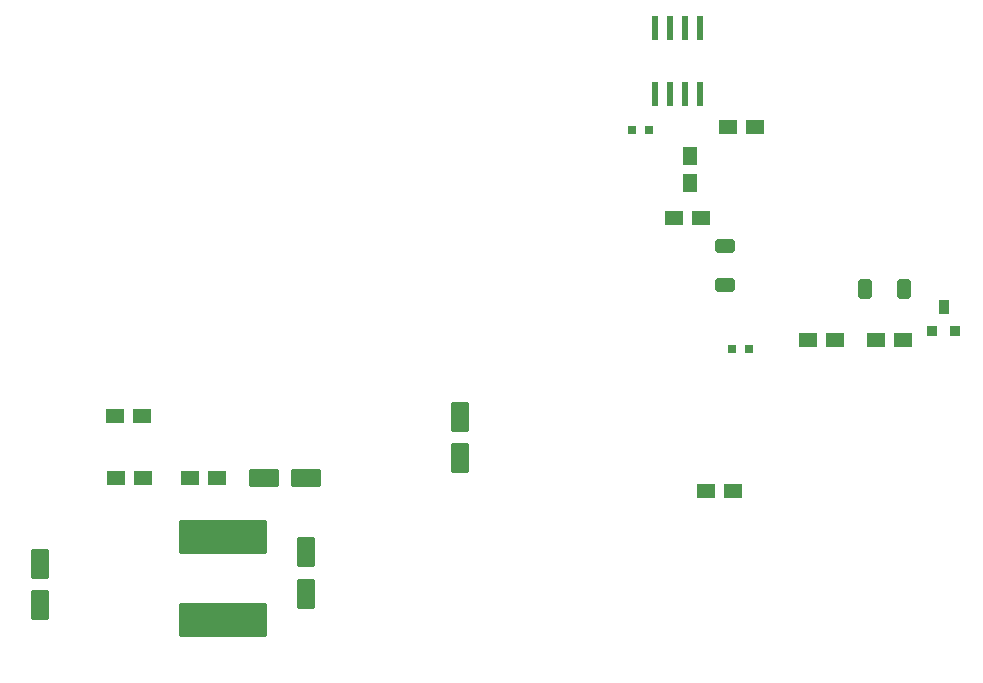
<source format=gbr>
%TF.GenerationSoftware,Altium Limited,Altium Designer,24.0.1 (36)*%
G04 Layer_Color=8421504*
%FSLAX45Y45*%
%MOMM*%
%TF.SameCoordinates,1548FFD4-C5F0-4C99-8D9D-CADF44B10A7D*%
%TF.FilePolarity,Positive*%
%TF.FileFunction,Paste,Top*%
%TF.Part,Single*%
G01*
G75*
%TA.AperFunction,SMDPad,CuDef*%
G04:AMPARAMS|DCode=11|XSize=1.14mm|YSize=1.63mm|CornerRadius=0.1425mm|HoleSize=0mm|Usage=FLASHONLY|Rotation=0.000|XOffset=0mm|YOffset=0mm|HoleType=Round|Shape=RoundedRectangle|*
%AMROUNDEDRECTD11*
21,1,1.14000,1.34500,0,0,0.0*
21,1,0.85500,1.63000,0,0,0.0*
1,1,0.28500,0.42750,-0.67250*
1,1,0.28500,-0.42750,-0.67250*
1,1,0.28500,-0.42750,0.67250*
1,1,0.28500,0.42750,0.67250*
%
%ADD11ROUNDEDRECTD11*%
%ADD14R,0.91440X1.27000*%
%ADD15R,0.91440X0.91440*%
G04:AMPARAMS|DCode=17|XSize=1.14mm|YSize=1.63mm|CornerRadius=0.1425mm|HoleSize=0mm|Usage=FLASHONLY|Rotation=90.000|XOffset=0mm|YOffset=0mm|HoleType=Round|Shape=RoundedRectangle|*
%AMROUNDEDRECTD17*
21,1,1.14000,1.34500,0,0,90.0*
21,1,0.85500,1.63000,0,0,90.0*
1,1,0.28500,0.67250,0.42750*
1,1,0.28500,0.67250,-0.42750*
1,1,0.28500,-0.67250,-0.42750*
1,1,0.28500,-0.67250,0.42750*
%
%ADD17ROUNDEDRECTD17*%
G04:AMPARAMS|DCode=81|XSize=1.484mm|YSize=1.23mm|CornerRadius=0.07525mm|HoleSize=0mm|Usage=FLASHONLY|Rotation=0.000|XOffset=0mm|YOffset=0mm|HoleType=Round|Shape=RoundedRectangle|*
%AMROUNDEDRECTD81*
21,1,1.48400,1.07950,0,0,0.0*
21,1,1.33350,1.23000,0,0,0.0*
1,1,0.15050,0.66675,-0.53975*
1,1,0.15050,-0.66675,-0.53975*
1,1,0.15050,-0.66675,0.53975*
1,1,0.15050,0.66675,0.53975*
%
%ADD81ROUNDEDRECTD81*%
G04:AMPARAMS|DCode=82|XSize=0.722mm|YSize=0.722mm|CornerRadius=0.0181mm|HoleSize=0mm|Usage=FLASHONLY|Rotation=180.000|XOffset=0mm|YOffset=0mm|HoleType=Round|Shape=RoundedRectangle|*
%AMROUNDEDRECTD82*
21,1,0.72200,0.68580,0,0,180.0*
21,1,0.68580,0.72200,0,0,180.0*
1,1,0.03620,-0.34290,0.34290*
1,1,0.03620,0.34290,0.34290*
1,1,0.03620,0.34290,-0.34290*
1,1,0.03620,-0.34290,-0.34290*
%
%ADD82ROUNDEDRECTD82*%
G04:AMPARAMS|DCode=83|XSize=1.484mm|YSize=1.23mm|CornerRadius=0.07525mm|HoleSize=0mm|Usage=FLASHONLY|Rotation=90.000|XOffset=0mm|YOffset=0mm|HoleType=Round|Shape=RoundedRectangle|*
%AMROUNDEDRECTD83*
21,1,1.48400,1.07950,0,0,90.0*
21,1,1.33350,1.23000,0,0,90.0*
1,1,0.15050,0.53975,0.66675*
1,1,0.15050,0.53975,-0.66675*
1,1,0.15050,-0.53975,-0.66675*
1,1,0.15050,-0.53975,0.66675*
%
%ADD83ROUNDEDRECTD83*%
G04:AMPARAMS|DCode=84|XSize=7.46mm|YSize=2.96mm|CornerRadius=0.205mm|HoleSize=0mm|Usage=FLASHONLY|Rotation=180.000|XOffset=0mm|YOffset=0mm|HoleType=Round|Shape=RoundedRectangle|*
%AMROUNDEDRECTD84*
21,1,7.46000,2.55000,0,0,180.0*
21,1,7.05000,2.96000,0,0,180.0*
1,1,0.41000,-3.52500,1.27500*
1,1,0.41000,3.52500,1.27500*
1,1,0.41000,3.52500,-1.27500*
1,1,0.41000,-3.52500,-1.27500*
%
%ADD84ROUNDEDRECTD84*%
G04:AMPARAMS|DCode=85|XSize=2.46mm|YSize=1.56mm|CornerRadius=0.1mm|HoleSize=0mm|Usage=FLASHONLY|Rotation=90.000|XOffset=0mm|YOffset=0mm|HoleType=Round|Shape=RoundedRectangle|*
%AMROUNDEDRECTD85*
21,1,2.46000,1.36000,0,0,90.0*
21,1,2.26000,1.56000,0,0,90.0*
1,1,0.20000,0.68000,1.13000*
1,1,0.20000,0.68000,-1.13000*
1,1,0.20000,-0.68000,-1.13000*
1,1,0.20000,-0.68000,1.13000*
%
%ADD85ROUNDEDRECTD85*%
G04:AMPARAMS|DCode=86|XSize=1.992mm|YSize=0.5696mm|CornerRadius=0.02572mm|HoleSize=0mm|Usage=FLASHONLY|Rotation=270.000|XOffset=0mm|YOffset=0mm|HoleType=Round|Shape=RoundedRectangle|*
%AMROUNDEDRECTD86*
21,1,1.99200,0.51816,0,0,270.0*
21,1,1.94056,0.56960,0,0,270.0*
1,1,0.05144,-0.25908,-0.97028*
1,1,0.05144,-0.25908,0.97028*
1,1,0.05144,0.25908,0.97028*
1,1,0.05144,0.25908,-0.97028*
%
%ADD86ROUNDEDRECTD86*%
G04:AMPARAMS|DCode=87|XSize=2.46mm|YSize=1.56mm|CornerRadius=0.1mm|HoleSize=0mm|Usage=FLASHONLY|Rotation=0.000|XOffset=0mm|YOffset=0mm|HoleType=Round|Shape=RoundedRectangle|*
%AMROUNDEDRECTD87*
21,1,2.46000,1.36000,0,0,0.0*
21,1,2.26000,1.56000,0,0,0.0*
1,1,0.20000,1.13000,-0.68000*
1,1,0.20000,-1.13000,-0.68000*
1,1,0.20000,-1.13000,0.68000*
1,1,0.20000,1.13000,0.68000*
%
%ADD87ROUNDEDRECTD87*%
D11*
X8935000Y3650000D02*
D03*
X9263000D02*
D03*
D14*
X9600000Y3500000D02*
D03*
D15*
X9693980Y3296800D02*
D03*
X9503480D02*
D03*
D17*
X7750000Y3686000D02*
D03*
Y4014000D02*
D03*
D81*
X2814300Y2575000D02*
D03*
X2585700D02*
D03*
X9253600Y3225000D02*
D03*
X9025000D02*
D03*
X8000000Y5025000D02*
D03*
X7771400D02*
D03*
X7820000Y1940000D02*
D03*
X7591400D02*
D03*
X7550000Y4253465D02*
D03*
X7321400D02*
D03*
X3450000Y2050000D02*
D03*
X3221400D02*
D03*
X2819634Y2051065D02*
D03*
X2591034D02*
D03*
X8450000Y3225000D02*
D03*
X8678600D02*
D03*
D82*
X7950000Y3150000D02*
D03*
X7810300D02*
D03*
X7104600Y4996866D02*
D03*
X6964900D02*
D03*
D83*
X7450000Y4550671D02*
D03*
Y4779271D02*
D03*
D84*
X3500000Y1550000D02*
D03*
Y850000D02*
D03*
D85*
X5510000Y2572285D02*
D03*
Y2222286D02*
D03*
X4200000Y1075000D02*
D03*
Y1425000D02*
D03*
X1950000Y1325000D02*
D03*
Y975000D02*
D03*
D86*
X7536400Y5860466D02*
D03*
X7409400D02*
D03*
X7282400D02*
D03*
X7155400D02*
D03*
Y5301666D02*
D03*
X7282400D02*
D03*
X7409400D02*
D03*
X7536400D02*
D03*
D87*
X4200000Y2050000D02*
D03*
X3850000D02*
D03*
%TF.MD5,9692b1615879419886cc31b110cf5051*%
M02*

</source>
